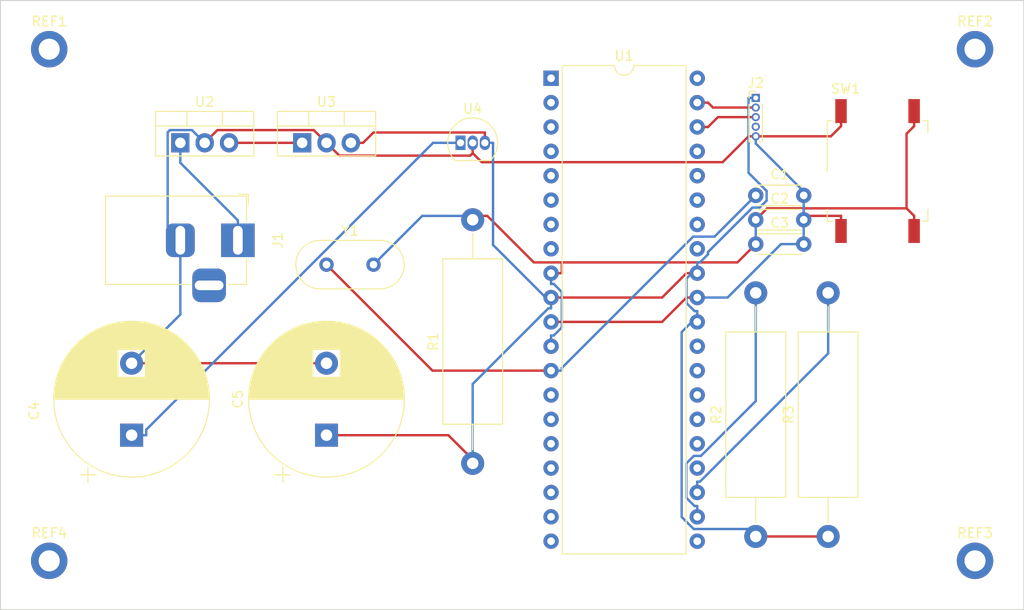
<source format=kicad_pcb>
(kicad_pcb (version 20211014) (generator pcbnew)
  (layers (0 "F.Cu" signal) (31 "B.Cu" signal) (34 "B.Paste" user) (35 "F.Paste" user) (36 "B.SilkS" user "B.Silkscreen") (37 "F.SilkS" user "F.Silkscreen") (38 "B.Mask" user) (39 "F.Mask" user) (44 "Edge.Cuts" user))
  (net 0 "")
  (net 1 "Net-(C1-Pad1)")
  (net 2 "/Atmega32/GND")
  (net 3 "Net-(C2-Pad1)")
  (net 4 "/Power Supply/3.3V")
  (net 5 "/Atmega32/5V")
  (net 6 "/Power Supply/12V")
  (net 7 "/Atmega32/A1")
  (net 8 "/Atmega32/A2")
  (net 10 "/Atmega32/SCL")
  (net 11 "/Atmega32/SDA")
  (net 13 "/Atmega32/CE")
  (net 14 "/Atmega32/IRQ")
  (net 16 "/Atmega32/CSN")
  (net 17 "/Atmega32/MOSI")
  (net 18 "/Atmega32/MISO")
  (net 19 "/Atmega32/SCK")
  (net 22 "/Atmega32/D2")
  (net 23 "/Atmega32/D3")
  (net 39 "/Atmega32/A0")
  (net 40 "Net-(U2-Pad3)")
  (footprint "MountingHole:MountingHole_2.2mm_M2_ISO14580_Pad" (layer "F.Cu") (at 93.98 63.5)
    (fp_text reference "REF1" (at 0 -2.9) (layer "F.SilkS"))
    (fp_text value "M1")
    (pad "1" thru_hole circle (at 0 0) (size 3.8 3.8) (drill 2.2) (layers *.Cu *.Mask))
  )
  (footprint "Capacitor_THT:CP_Radial_D16.0mm_P7.50mm" (layer "F.Cu") (at 102.57 103.74 90)
    (fp_text reference "C4" (at 2.54 -10.16 90) (layer "F.SilkS"))
    (fp_text value "470uF")
    (pad "1" thru_hole rect (at 0 0 90) (size 2.4 2.4) (drill 1.2) (layers *.Cu *.Mask) (net 4 "/Power Supply/3.3V"))
    (pad "2" thru_hole circle (at 7.5 0 90) (size 2.4 2.4) (drill 1.2) (layers *.Cu *.Mask) (net 2 "/Atmega32/GND"))
  )
  (footprint "MountingHole:MountingHole_2.2mm_M2_ISO14580_Pad" (layer "F.Cu") (at 190.5 116.84)
    (fp_text reference "REF3" (at 0 -2.9) (layer "F.SilkS"))
    (fp_text value "M3")
    (pad "1" thru_hole circle (at 0 0) (size 3.8 3.8) (drill 2.2) (layers *.Cu *.Mask))
  )
  (footprint "Connector_BarrelJack:BarrelJack_Horizontal" (layer "F.Cu") (at 113.65 83.42)
    (fp_text reference "J1" (at 4.16 0 90) (layer "F.SilkS"))
    (fp_text value "Barrel_Jack")
    (pad "1" thru_hole rect (at 0 0) (size 3.5 3.5) (drill oval 1 3) (layers *.Cu *.Mask) (net 6 "/Power Supply/12V"))
    (pad "2" thru_hole roundrect (at -6 0) (size 3 3.5) (drill oval 1 3) (layers *.Cu *.Mask) (net 2 "/Atmega32/GND"))
    (pad "3" thru_hole roundrect (at -3 4.7) (size 3.5 3.5) (drill oval 3 1) (layers *.Cu *.Mask))
  )
  (footprint "MountingHole:MountingHole_2.2mm_M2_ISO14580_Pad" (layer "F.Cu") (at 93.98 116.84)
    (fp_text reference "REF4" (at 0 -2.9) (layer "F.SilkS"))
    (fp_text value "M4")
    (pad "1" thru_hole circle (at 0 0) (size 3.8 3.8) (drill 2.2) (layers *.Cu *.Mask))
  )
  (footprint "Crystal:Crystal_HC18-U_Vertical" (layer "F.Cu") (at 122.89 85.96)
    (fp_text reference "Y1" (at 2.45 -3.525) (layer "F.SilkS"))
    (fp_text value "Crystal")
    (pad "1" thru_hole circle (at 0 0) (size 1.5 1.5) (drill 0.8) (layers *.Cu *.Mask) (net 1 "Net-(C1-Pad1)"))
    (pad "2" thru_hole circle (at 4.9 0) (size 1.5 1.5) (drill 0.8) (layers *.Cu *.Mask) (net 3 "Net-(C2-Pad1)"))
  )
  (footprint "Capacitor_THT:C_Disc_D4.3mm_W1.9mm_P5.00mm" (layer "F.Cu") (at 167.64 81.28)
    (fp_text reference "C2" (at 2.5 -2.2) (layer "F.SilkS"))
    (fp_text value "22pF")
    (pad "1" thru_hole circle (at 0 0) (size 1.6 1.6) (drill 0.8) (layers *.Cu *.Mask) (net 3 "Net-(C2-Pad1)"))
    (pad "2" thru_hole circle (at 5 0) (size 1.6 1.6) (drill 0.8) (layers *.Cu *.Mask) (net 2 "/Atmega32/GND"))
  )
  (footprint "MountingHole:MountingHole_2.2mm_M2_ISO14580_Pad" (layer "F.Cu") (at 190.5 63.5)
    (fp_text reference "REF2" (at 0 -2.9) (layer "F.SilkS"))
    (fp_text value "M2")
    (pad "1" thru_hole circle (at 0 0) (size 3.8 3.8) (drill 2.2) (layers *.Cu *.Mask))
  )
  (footprint "Capacitor_THT:CP_Radial_D16.0mm_P7.50mm" (layer "F.Cu") (at 122.89 103.74 90)
    (fp_text reference "C5" (at 3.75 -9.25 90) (layer "F.SilkS"))
    (fp_text value "470uF")
    (pad "1" thru_hole rect (at 0 0 90) (size 2.4 2.4) (drill 1.2) (layers *.Cu *.Mask) (net 5 "/Atmega32/5V"))
    (pad "2" thru_hole circle (at 7.5 0 90) (size 2.4 2.4) (drill 1.2) (layers *.Cu *.Mask) (net 2 "/Atmega32/GND"))
  )
  (footprint "Button_Switch_SMD:SW_MEC_5GSH9" (layer "F.Cu") (at 180.34 76.2)
    (fp_text reference "SW1" (at -3.325 -8.575 180) (layer "F.SilkS"))
    (fp_text value "Reset Button")
    (pad "1" smd rect (at -3.81 -6.25 90) (size 2.5 1.2) (layers "F.Cu" "F.Paste" "F.Mask") (net 2 "/Atmega32/GND"))
    (pad "2" smd rect (at -3.81 6.25 90) (size 2.5 1.2) (layers "F.Cu" "F.Paste" "F.Mask") (net 2 "/Atmega32/GND"))
    (pad "3" smd rect (at 3.81 -6.25 90) (size 2.5 1.2) (layers "F.Cu" "F.Paste" "F.Mask") (net 3 "Net-(C2-Pad1)"))
    (pad "4" smd rect (at 3.81 6.25 90) (size 2.5 1.2) (layers "F.Cu" "F.Paste" "F.Mask") (net 3 "Net-(C2-Pad1)"))
  )
  (footprint "Resistor_THT:R_Axial_DIN0617_L17.0mm_D6.0mm_P25.40mm_Horizontal" (layer "F.Cu") (at 167.64 114.3 90)
    (fp_text reference "R2" (at 12.7 -4.12 90) (layer "F.SilkS"))
    (fp_text value "4.7k")
    (pad "1" thru_hole circle (at 0 0 90) (size 2.4 2.4) (drill 1.2) (layers *.Cu *.Mask) (net 5 "/Atmega32/5V"))
    (pad "2" thru_hole oval (at 25.4 0 90) (size 2.4 2.4) (drill 1.2) (layers *.Cu *.Mask) (net 10 "/Atmega32/SCL"))
  )
  (footprint "Package_TO_SOT_THT:TO-220-3_Vertical" (layer "F.Cu") (at 107.65 73.26)
    (fp_text reference "U2" (at 2.54 -4.27) (layer "F.SilkS"))
    (fp_text value "L7809")
    (pad "1" thru_hole rect (at 0 0) (size 1.905 2) (drill 1.1) (layers *.Cu *.Mask) (net 6 "/Power Supply/12V"))
    (pad "2" thru_hole oval (at 2.54 0) (size 1.905 2) (drill 1.1) (layers *.Cu *.Mask) (net 2 "/Atmega32/GND"))
    (pad "3" thru_hole oval (at 5.08 0) (size 1.905 2) (drill 1.1) (layers *.Cu *.Mask) (net 40 "Net-(U2-Pad3)"))
  )
  (footprint "Resistor_THT:R_Axial_DIN0617_L17.0mm_D6.0mm_P25.40mm_Horizontal" (layer "F.Cu") (at 138.13 106.68 90)
    (fp_text reference "R1" (at 12.7 -4.12 90) (layer "F.SilkS"))
    (fp_text value "10k")
    (pad "1" thru_hole circle (at 0 0 90) (size 2.4 2.4) (drill 1.2) (layers *.Cu *.Mask) (net 5 "/Atmega32/5V"))
    (pad "2" thru_hole oval (at 25.4 0 90) (size 2.4 2.4) (drill 1.2) (layers *.Cu *.Mask) (net 3 "Net-(C2-Pad1)"))
  )
  (footprint "Package_TO_SOT_THT:TO-220-3_Vertical" (layer "F.Cu") (at 120.35 73.26)
    (fp_text reference "U3" (at 2.54 -4.27) (layer "F.SilkS"))
    (fp_text value "L7805")
    (pad "1" thru_hole rect (at 0 0) (size 1.905 2) (drill 1.1) (layers *.Cu *.Mask) (net 40 "Net-(U2-Pad3)"))
    (pad "2" thru_hole oval (at 2.54 0) (size 1.905 2) (drill 1.1) (layers *.Cu *.Mask) (net 2 "/Atmega32/GND"))
    (pad "3" thru_hole oval (at 5.08 0) (size 1.905 2) (drill 1.1) (layers *.Cu *.Mask) (net 5 "/Atmega32/5V"))
  )
  (footprint "Capacitor_THT:C_Disc_D4.3mm_W1.9mm_P5.00mm" (layer "F.Cu") (at 167.64 78.74)
    (fp_text reference "C1" (at 2.5 -2.2) (layer "F.SilkS"))
    (fp_text value "22pF")
    (pad "1" thru_hole circle (at 0 0) (size 1.6 1.6) (drill 0.8) (layers *.Cu *.Mask) (net 1 "Net-(C1-Pad1)"))
    (pad "2" thru_hole circle (at 5 0) (size 1.6 1.6) (drill 0.8) (layers *.Cu *.Mask) (net 2 "/Atmega32/GND"))
  )
  (footprint "Capacitor_THT:C_Disc_D4.3mm_W1.9mm_P5.00mm" (layer "F.Cu") (at 167.64 83.82)
    (fp_text reference "C3" (at 2.5 -2.2) (layer "F.SilkS"))
    (fp_text value "10uF")
    (pad "1" thru_hole circle (at 0 0) (size 1.6 1.6) (drill 0.8) (layers *.Cu *.Mask) (net 3 "Net-(C2-Pad1)"))
    (pad "2" thru_hole circle (at 5 0) (size 1.6 1.6) (drill 0.8) (layers *.Cu *.Mask) (net 2 "/Atmega32/GND"))
  )
  (footprint "Resistor_THT:R_Axial_DIN0617_L17.0mm_D6.0mm_P25.40mm_Horizontal" (layer "F.Cu") (at 175.19 114.3 90)
    (fp_text reference "R3" (at 12.7 -4.12 90) (layer "F.SilkS"))
    (fp_text value "4.7k")
    (pad "1" thru_hole circle (at 0 0 90) (size 2.4 2.4) (drill 1.2) (layers *.Cu *.Mask) (net 5 "/Atmega32/5V"))
    (pad "2" thru_hole oval (at 25.4 0 90) (size 2.4 2.4) (drill 1.2) (layers *.Cu *.Mask) (net 11 "/Atmega32/SDA"))
  )
  (footprint "Package_DIP:DIP-40_W15.24mm" (layer "F.Cu") (at 146.3 66.53)
    (fp_text reference "U1" (at 7.62 -2.33) (layer "F.SilkS"))
    (fp_text value "ATmega32-16P")
    (pad "1" thru_hole rect (at 0 0) (size 1.6 1.6) (drill 0.8) (layers *.Cu *.Mask))
    (pad "2" thru_hole oval (at 0 2.54) (size 1.6 1.6) (drill 0.8) (layers *.Cu *.Mask) (net 13 "/Atmega32/CE"))
    (pad "3" thru_hole oval (at 0 5.08) (size 1.6 1.6) (drill 0.8) (layers *.Cu *.Mask) (net 14 "/Atmega32/IRQ"))
    (pad "4" thru_hole oval (at 0 7.62) (size 1.6 1.6) (drill 0.8) (layers *.Cu *.Mask))
    (pad "5" thru_hole oval (at 0 10.16) (size 1.6 1.6) (drill 0.8) (layers *.Cu *.Mask) (net 16 "/Atmega32/CSN"))
    (pad "6" thru_hole oval (at 0 12.7) (size 1.6 1.6) (drill 0.8) (layers *.Cu *.Mask) (net 17 "/Atmega32/MOSI"))
    (pad "7" thru_hole oval (at 0 15.24) (size 1.6 1.6) (drill 0.8) (layers *.Cu *.Mask) (net 18 "/Atmega32/MISO"))
    (pad "8" thru_hole oval (at 0 17.78) (size 1.6 1.6) (drill 0.8) (layers *.Cu *.Mask) (net 19 "/Atmega32/SCK"))
    (pad "9" thru_hole oval (at 0 20.32) (size 1.6 1.6) (drill 0.8) (layers *.Cu *.Mask) (net 3 "Net-(C2-Pad1)"))
    (pad "10" thru_hole oval (at 0 22.86) (size 1.6 1.6) (drill 0.8) (layers *.Cu *.Mask) (net 5 "/Atmega32/5V"))
    (pad "11" thru_hole oval (at 0 25.4) (size 1.6 1.6) (drill 0.8) (layers *.Cu *.Mask) (net 2 "/Atmega32/GND"))
    (pad "12" thru_hole oval (at 0 27.94) (size 1.6 1.6) (drill 0.8) (layers *.Cu *.Mask) (net 3 "Net-(C2-Pad1)"))
    (pad "13" thru_hole oval (at 0 30.48) (size 1.6 1.6) (drill 0.8) (layers *.Cu *.Mask) (net 1 "Net-(C1-Pad1)"))
    (pad "14" thru_hole oval (at 0 33.02) (size 1.6 1.6) (drill 0.8) (layers *.Cu *.Mask))
    (pad "15" thru_hole oval (at 0 35.56) (size 1.6 1.6) (drill 0.8) (layers *.Cu *.Mask))
    (pad "16" thru_hole oval (at 0 38.1) (size 1.6 1.6) (drill 0.8) (layers *.Cu *.Mask) (net 22 "/Atmega32/D2"))
    (pad "17" thru_hole oval (at 0 40.64) (size 1.6 1.6) (drill 0.8) (layers *.Cu *.Mask) (net 23 "/Atmega32/D3"))
    (pad "18" thru_hole oval (at 0 43.18) (size 1.6 1.6) (drill 0.8) (layers *.Cu *.Mask))
    (pad "19" thru_hole oval (at 0 45.72) (size 1.6 1.6) (drill 0.8) (layers *.Cu *.Mask))
    (pad "20" thru_hole oval (at 0 48.26) (size 1.6 1.6) (drill 0.8) (layers *.Cu *.Mask))
    (pad "21" thru_hole oval (at 15.24 48.26) (size 1.6 1.6) (drill 0.8) (layers *.Cu *.Mask))
    (pad "22" thru_hole oval (at 15.24 45.72) (size 1.6 1.6) (drill 0.8) (layers *.Cu *.Mask) (net 10 "/Atmega32/SCL"))
    (pad "23" thru_hole oval (at 15.24 43.18) (size 1.6 1.6) (drill 0.8) (layers *.Cu *.Mask) (net 11 "/Atmega32/SDA"))
    (pad "24" thru_hole oval (at 15.24 40.64) (size 1.6 1.6) (drill 0.8) (layers *.Cu *.Mask))
    (pad "25" thru_hole oval (at 15.24 38.1) (size 1.6 1.6) (drill 0.8) (layers *.Cu *.Mask))
    (pad "26" thru_hole oval (at 15.24 35.56) (size 1.6 1.6) (drill 0.8) (layers *.Cu *.Mask))
    (pad "27" thru_hole oval (at 15.24 33.02) (size 1.6 1.6) (drill 0.8) (layers *.Cu *.Mask))
    (pad "28" thru_hole oval (at 15.24 30.48) (size 1.6 1.6) (drill 0.8) (layers *.Cu *.Mask))
    (pad "29" thru_hole oval (at 15.24 27.94) (size 1.6 1.6) (drill 0.8) (layers *.Cu *.Mask))
    (pad "30" thru_hole oval (at 15.24 25.4) (size 1.6 1.6) (drill 0.8) (layers *.Cu *.Mask) (net 5 "/Atmega32/5V"))
    (pad "31" thru_hole oval (at 15.24 22.86) (size 1.6 1.6) (drill 0.8) (layers *.Cu *.Mask) (net 2 "/Atmega32/GND"))
    (pad "32" thru_hole oval (at 15.24 20.32) (size 1.6 1.6) (drill 0.8) (layers *.Cu *.Mask) (net 5 "/Atmega32/5V"))
    (pad "33" thru_hole oval (at 15.24 17.78) (size 1.6 1.6) (drill 0.8) (layers *.Cu *.Mask))
    (pad "34" thru_hole oval (at 15.24 15.24) (size 1.6 1.6) (drill 0.8) (layers *.Cu *.Mask))
    (pad "35" thru_hole oval (at 15.24 12.7) (size 1.6 1.6) (drill 0.8) (layers *.Cu *.Mask))
    (pad "36" thru_hole oval (at 15.24 10.16) (size 1.6 1.6) (drill 0.8) (layers *.Cu *.Mask))
    (pad "37" thru_hole oval (at 15.24 7.62) (size 1.6 1.6) (drill 0.8) (layers *.Cu *.Mask))
    (pad "38" thru_hole oval (at 15.24 5.08) (size 1.6 1.6) (drill 0.8) (layers *.Cu *.Mask) (net 8 "/Atmega32/A2"))
    (pad "39" thru_hole oval (at 15.24 2.54) (size 1.6 1.6) (drill 0.8) (layers *.Cu *.Mask) (net 7 "/Atmega32/A1"))
    (pad "40" thru_hole oval (at 15.24 0) (size 1.6 1.6) (drill 0.8) (layers *.Cu *.Mask) (net 39 "/Atmega32/A0"))
  )
  (footprint "Connector_PinHeader_1.00mm:PinHeader_1x05_P1.00mm_Vertical" (layer "F.Cu") (at 167.64 68.58)
    (fp_text reference "J2" (at 0 -1.56) (layer "F.SilkS"))
    (fp_text value "Joystick (Motor)")
    (pad "1" thru_hole rect (at 0 0) (size 0.85 0.85) (drill 0.5) (layers *.Cu *.Mask) (net 5 "/Atmega32/5V"))
    (pad "2" thru_hole oval (at 0 1) (size 0.85 0.85) (drill 0.5) (layers *.Cu *.Mask) (net 7 "/Atmega32/A1"))
    (pad "3" thru_hole oval (at 0 2) (size 0.85 0.85) (drill 0.5) (layers *.Cu *.Mask) (net 8 "/Atmega32/A2"))
    (pad "4" thru_hole oval (at 0 3) (size 0.85 0.85) (drill 0.5) (layers *.Cu *.Mask))
    (pad "5" thru_hole oval (at 0 4) (size 0.85 0.85) (drill 0.5) (layers *.Cu *.Mask) (net 2 "/Atmega32/GND"))
  )
  (footprint "Package_TO_SOT_THT:TO-92_Inline" (layer "F.Cu") (at 136.86 73.26)
    (fp_text reference "U4" (at 1.27 -3.56) (layer "F.SilkS"))
    (fp_text value "L78L33_TO92")
    (pad "1" thru_hole rect (at 0 0) (size 1.05 1.5) (drill 0.75) (layers *.Cu *.Mask) (net 4 "/Power Supply/3.3V"))
    (pad "2" thru_hole oval (at 1.27 0) (size 1.05 1.5) (drill 0.75) (layers *.Cu *.Mask) (net 2 "/Atmega32/GND"))
    (pad "3" thru_hole oval (at 2.54 0) (size 1.05 1.5) (drill 0.75) (layers *.Cu *.Mask) (net 5 "/Atmega32/5V"))
  )
  (gr_line (start 88.9 58.42) (end 195.58 58.42) (layer "Edge.Cuts") (width 0.1))
  (gr_line (start 88.9 121.92) (end 88.9 58.42) (layer "Edge.Cuts") (width 0.1))
  (gr_line (start 195.58 121.92) (end 88.9 121.92) (layer "Edge.Cuts") (width 0.1))
  (gr_line (start 195.58 58.42) (end 195.58 121.92) (layer "Edge.Cuts") (width 0.1))
  (segment (start 146.3 97.01) (end 133.94 97.01) (width 0.25) (layer "F.Cu") (net 1))
  (segment (start 133.94 97.01) (end 122.89 85.96) (width 0.25) (layer "F.Cu") (net 1))
  (segment (start 167.64 78.74) (end 163.34 83.04) (width 0.25) (layer "B.Cu") (net 1))
  (segment (start 146.3 97.01) (end 147.4253 97.01) (width 0.25) (layer "B.Cu") (net 1))
  (segment (start 163.34 83.04) (end 161.114 83.04) (width 0.25) (layer "B.Cu") (net 1))
  (segment (start 147.4253 96.7287) (end 147.4253 97.01) (width 0.25) (layer "B.Cu") (net 1))
  (segment (start 161.114 83.04) (end 147.4253 96.7287) (width 0.25) (layer "B.Cu") (net 1))
  (segment (start 139.0707 75.276) (end 138.13 74.3353) (width 0.25) (layer "F.Cu") (net 2))
  (segment (start 110.19 73.26) (end 111.5154 71.9346) (width 0.25) (layer "F.Cu") (net 2))
  (segment (start 121.5646 71.9346) (end 122.89 73.26) (width 0.25) (layer "F.Cu") (net 2))
  (segment (start 167.64 72.58) (end 175.4753 72.58) (width 0.25) (layer "F.Cu") (net 2))
  (segment (start 176.53 82.45) (end 176.53 80.8747) (width 0.25) (layer "F.Cu") (net 2))
  (segment (start 122.89 73.26) (end 124.2249 74.5949) (width 0.25) (layer "F.Cu") (net 2))
  (segment (start 161.54 89.39) (end 160.4147 89.39) (width 0.25) (layer "F.Cu") (net 2))
  (segment (start 172.64 81.28) (end 173.0453 80.8747) (width 0.25) (layer "F.Cu") (net 2))
  (segment (start 122.89 96.24) (end 102.57 96.24) (width 0.25) (layer "F.Cu") (net 2))
  (segment (start 111.5154 71.9346) (end 121.5646 71.9346) (width 0.25) (layer "F.Cu") (net 2))
  (segment (start 124.2249 74.5949) (end 137.8704 74.5949) (width 0.25) (layer "F.Cu") (net 2))
  (segment (start 164.1937 75.276) (end 139.0707 75.276) (width 0.25) (layer "F.Cu") (net 2))
  (segment (start 176.53 69.95) (end 176.53 71.5253) (width 0.25) (layer "F.Cu") (net 2))
  (segment (start 167.64 72.58) (end 166.8897 72.58) (width 0.25) (layer "F.Cu") (net 2))
  (segment (start 175.4753 72.58) (end 176.53 71.5253) (width 0.25) (layer "F.Cu") (net 2))
  (segment (start 157.8747 91.93) (end 146.3 91.93) (width 0.25) (layer "F.Cu") (net 2))
  (segment (start 166.8897 72.58) (end 164.1937 75.276) (width 0.25) (layer "F.Cu") (net 2))
  (segment (start 138.13 73.26) (end 138.13 74.3353) (width 0.25) (layer "F.Cu") (net 2))
  (segment (start 173.0453 80.8747) (end 176.53 80.8747) (width 0.25) (layer "F.Cu") (net 2))
  (segment (start 137.8704 74.5949) (end 138.13 74.3353) (width 0.25) (layer "F.Cu") (net 2))
  (segment (start 160.4147 89.39) (end 157.8747 91.93) (width 0.25) (layer "F.Cu") (net 2))
  (segment (start 106.5622 71.9346) (end 106.3318 72.165) (width 0.25) (layer "B.Cu") (net 2))
  (segment (start 167.64 72.58) (end 167.64 73.3303) (width 0.25) (layer "B.Cu") (net 2))
  (segment (start 172.64 81.28) (end 172.64 83.82) (width 0.25) (layer "B.Cu") (net 2))
  (segment (start 172.64 78.74) (end 172.64 81.28) (width 0.25) (layer "B.Cu") (net 2))
  (segment (start 172.64 83.82) (end 170.27 83.82) (width 0.25) (layer "B.Cu") (net 2))
  (segment (start 107.65 91.16) (end 107.65 83.42) (width 0.25) (layer "B.Cu") (net 2))
  (segment (start 172.64 78.3303) (end 172.64 78.74) (width 0.25) (layer "B.Cu") (net 2))
  (segment (start 102.57 96.24) (end 107.65 91.16) (width 0.25) (layer "B.Cu") (net 2))
  (segment (start 106.3318 72.165) (end 106.3318 82.1018) (width 0.25) (layer "B.Cu") (net 2))
  (segment (start 108.8646 71.9346) (end 106.5622 71.9346) (width 0.25) (layer "B.Cu") (net 2))
  (segment (start 164.7 89.39) (end 161.54 89.39) (width 0.25) (layer "B.Cu") (net 2))
  (segment (start 167.64 73.3303) (end 172.64 78.3303) (width 0.25) (layer "B.Cu") (net 2))
  (segment (start 170.27 83.82) (end 164.7 89.39) (width 0.25) (layer "B.Cu") (net 2))
  (segment (start 110.19 73.26) (end 108.8646 71.9346) (width 0.25) (layer "B.Cu") (net 2))
  (segment (start 106.3318 82.1018) (end 107.65 83.42) (width 0.25) (layer "B.Cu") (net 2))
  (segment (start 184.15 71.5253) (end 183.3647 72.3106) (width 0.25) (layer "F.Cu") (net 3))
  (segment (start 183.3647 80.0894) (end 184.15 80.8747) (width 0.25) (layer "F.Cu") (net 3))
  (segment (start 184.15 82.45) (end 184.15 80.8747) (width 0.25) (layer "F.Cu") (net 3))
  (segment (start 165.7353 85.7247) (end 147.4253 85.7247) (width 0.25) (layer "F.Cu") (net 3))
  (segment (start 168.8306 80.0894) (end 183.3647 80.0894) (width 0.25) (layer "F.Cu") (net 3))
  (segment (start 167.64 83.82) (end 165.7353 85.7247) (width 0.25) (layer "F.Cu") (net 3))
  (segment (start 144.5 85.7247) (end 139.6553 80.88) (width 0.25) (layer "F.Cu") (net 3))
  (segment (start 184.15 69.95) (end 184.15 71.5253) (width 0.25) (layer "F.Cu") (net 3))
  (segment (start 138.13 80.88) (end 139.6553 80.88) (width 0.25) (layer "F.Cu") (net 3))
  (segment (start 147.4253 85.7247) (end 144.5 85.7247) (width 0.25) (layer "F.Cu") (net 3))
  (segment (start 167.64 81.28) (end 168.8306 80.0894) (width 0.25) (layer "F.Cu") (net 3))
  (segment (start 147.4253 85.7247) (end 147.4253 86.85) (width 0.25) (layer "F.Cu") (net 3))
  (segment (start 146.3 86.85) (end 147.4253 86.85) (width 0.25) (layer "F.Cu") (net 3))
  (segment (start 183.3647 72.3106) (end 183.3647 80.0894) (width 0.25) (layer "F.Cu") (net 3))
  (segment (start 132.87 80.88) (end 127.79 85.96) (width 0.25) (layer "B.Cu") (net 3))
  (segment (start 146.5814 87.9753) (end 147.4253 88.8192) (width 0.25) (layer "B.Cu") (net 3))
  (segment (start 146.3 86.85) (end 146.3 87.9753) (width 0.25) (layer "B.Cu") (net 3))
  (segment (start 167.64 81.28) (end 167.64 83.82) (width 0.25) (layer "B.Cu") (net 3))
  (segment (start 146.3 94.47) (end 146.3 93.3447) (width 0.25) (layer "B.Cu") (net 3))
  (segment (start 147.4253 92.5008) (end 146.5814 93.3447) (width 0.25) (layer "B.Cu") (net 3))
  (segment (start 146.3 87.9753) (end 146.5814 87.9753) (width 0.25) (layer "B.Cu") (net 3))
  (segment (start 147.4253 88.8192) (end 147.4253 92.5008) (width 0.25) (layer "B.Cu") (net 3))
  (segment (start 146.5814 93.3447) (end 146.3 93.3447) (width 0.25) (layer "B.Cu") (net 3))
  (segment (start 138.13 80.88) (end 132.87 80.88) (width 0.25) (layer "B.Cu") (net 3))
  (segment (start 104.0953 103.74) (end 104.0953 103.168) (width 0.25) (layer "B.Cu") (net 4))
  (segment (start 134.0033 73.26) (end 136.86 73.26) (width 0.25) (layer "B.Cu") (net 4))
  (segment (start 102.57 103.74) (end 104.0953 103.74) (width 0.25) (layer "B.Cu") (net 4))
  (segment (start 104.0953 103.168) (end 134.0033 73.26) (width 0.25) (layer "B.Cu") (net 4))
  (segment (start 126.7078 73.26) (end 127.7831 72.1847) (width 0.25) (layer "F.Cu") (net 5))
  (segment (start 139.4 73.26) (end 139.4 72.1847) (width 0.25) (layer "F.Cu") (net 5))
  (segment (start 127.7831 72.1847) (end 139.4 72.1847) (width 0.25) (layer "F.Cu") (net 5))
  (segment (start 122.89 103.74) (end 135.59 103.74) (width 0.25) (layer "F.Cu") (net 5))
  (segment (start 157.8747 89.39) (end 146.3 89.39) (width 0.25) (layer "F.Cu") (net 5))
  (segment (start 135.59 103.74) (end 138.13 106.28) (width 0.25) (layer "F.Cu") (net 5))
  (segment (start 167.64 114.3) (end 175.19 114.3) (width 0.25) (layer "F.Cu") (net 5))
  (segment (start 161.54 86.85) (end 160.4147 86.85) (width 0.25) (layer "F.Cu") (net 5))
  (segment (start 160.4147 86.85) (end 157.8747 89.39) (width 0.25) (layer "F.Cu") (net 5))
  (segment (start 125.43 73.26) (end 126.7078 73.26) (width 0.25) (layer "F.Cu") (net 5))
  (segment (start 162.6653 84.6431) (end 162.6653 84.8808) (width 0.25) (layer "B.Cu") (net 5))
  (segment (start 146.3 89.39) (end 146.3 89.9526) (width 0.25) (layer "B.Cu") (net 5))
  (segment (start 166.8897 68.58) (end 166.8897 76.3898) (width 0.25) (layer "B.Cu") (net 5))
  (segment (start 161.54 91.3673) (end 161.54 90.8047) (width 0.25) (layer "B.Cu") (net 5))
  (segment (start 168.0425 80.01) (end 167.2984 80.01) (width 0.25) (layer "B.Cu") (net 5))
  (segment (start 161.54 86.2873) (end 161.54 85.7247) (width 0.25) (layer "B.Cu") (net 5))
  (segment (start 146.3 90.5153) (end 146.0187 90.5153) (width 0.25) (layer "B.Cu") (net 5))
  (segment (start 161.8214 85.7247) (end 161.54 85.7247) (width 0.25) (layer "B.Cu") (net 5))
  (segment (start 161.2586 90.8047) (end 161.54 90.8047) (width 0.25) (layer "B.Cu") (net 5))
  (segment (start 160.4147 89.9608) (end 161.2586 90.8047) (width 0.25) (layer "B.Cu") (net 5))
  (segment (start 159.9158 92.9915) (end 159.9158 112.2666) (width 0.25) (layer "B.Cu") (net 5))
  (segment (start 162.6653 84.8808) (end 161.8214 85.7247) (width 0.25) (layer "B.Cu") (net 5))
  (segment (start 161.54 86.85) (end 161.54 86.2873) (width 0.25) (layer "B.Cu") (net 5))
  (segment (start 166.8897 76.3898) (end 168.7737 78.2738) (width 0.25) (layer "B.Cu") (net 5))
  (segment (start 167.2984 80.01) (end 162.6653 84.6431) (width 0.25) (layer "B.Cu") (net 5))
  (segment (start 159.9158 112.2666) (end 161.1692 113.52) (width 0.25) (layer "B.Cu") (net 5))
  (segment (start 161.1692 113.52) (end 166.86 113.52) (width 0.25) (layer "B.Cu") (net 5))
  (segment (start 146.3 89.9526) (end 146.3 90.5153) (width 0.25) (layer "B.Cu") (net 5))
  (segment (start 161.54 91.93) (end 161.54 91.3673) (width 0.25) (layer "B.Cu") (net 5))
  (segment (start 160.4147 87.4126) (end 160.4147 89.9608) (width 0.25) (layer "B.Cu") (net 5))
  (segment (start 168.7737 78.2738) (end 168.7737 79.2788) (width 0.25) (layer "B.Cu") (net 5))
  (segment (start 146.3 89.9526) (end 140.2503 83.9029) (width 0.25) (layer "B.Cu") (net 5))
  (segment (start 161.54 91.3673) (end 159.9158 92.9915) (width 0.25) (layer "B.Cu") (net 5))
  (segment (start 146.0187 90.5153) (end 138.13 98.404) (width 0.25) (layer "B.Cu") (net 5))
  (segment (start 138.13 98.404) (end 138.13 106.28) (width 0.25) (layer "B.Cu") (net 5))
  (segment (start 140.2503 83.9029) (end 140.2503 73.26) (width 0.25) (layer "B.Cu") (net 5))
  (segment (start 167.64 68.58) (end 166.8897 68.58) (width 0.25) (layer "B.Cu") (net 5))
  (segment (start 139.4 73.26) (end 140.2503 73.26) (width 0.25) (layer "B.Cu") (net 5))
  (segment (start 166.86 113.52) (end 167.64 114.3) (width 0.25) (layer "B.Cu") (net 5))
  (segment (start 168.7737 79.2788) (end 168.0425 80.01) (width 0.25) (layer "B.Cu") (net 5))
  (segment (start 161.54 86.2873) (end 160.4147 87.4126) (width 0.25) (layer "B.Cu") (net 5))
  (segment (start 113.65 83.42) (end 113.65 81.3447) (width 0.25) (layer "B.Cu") (net 6))
  (segment (start 113.65 81.3447) (end 107.65 75.3447) (width 0.25) (layer "B.Cu") (net 6))
  (segment (start 107.65 75.3447) (end 107.65 73.26) (width 0.25) (layer "B.Cu") (net 6))
  (segment (start 161.54 69.07) (end 162.6653 69.07) (width 0.25) (layer "F.Cu") (net 7))
  (segment (start 167.64 69.58) (end 163.1753 69.58) (width 0.25) (layer "F.Cu") (net 7))
  (segment (start 163.1753 69.58) (end 162.6653 69.07) (width 0.25) (layer "F.Cu") (net 7))
  (segment (start 167.64 70.58) (end 163.6953 70.58) (width 0.25) (layer "F.Cu") (net 8))
  (segment (start 161.54 71.61) (end 162.6653 71.61) (width 0.25) (layer "F.Cu") (net 8))
  (segment (start 163.6953 70.58) (end 162.6653 71.61) (width 0.25) (layer "F.Cu") (net 8))
  (segment (start 160.3958 106.6878) (end 161.1836 105.9) (width 0.25) (layer "B.Cu") (net 10))
  (segment (start 161.1836 105.9) (end 161.9245 105.9) (width 0.25) (layer "B.Cu") (net 10))
  (segment (start 160.3958 110.2618) (end 160.3958 106.6878) (width 0.25) (layer "B.Cu") (net 10))
  (segment (start 167.64 100.1845) (end 167.64 88.9) (width 0.25) (layer "B.Cu") (net 10))
  (segment (start 161.2587 111.1247) (end 160.3958 110.2618) (width 0.25) (layer "B.Cu") (net 10))
  (segment (start 161.9245 105.9) (end 167.64 100.1845) (width 0.25) (layer "B.Cu") (net 10))
  (segment (start 161.54 111.1247) (end 161.2587 111.1247) (width 0.25) (layer "B.Cu") (net 10))
  (segment (start 161.54 112.25) (end 161.54 111.1247) (width 0.25) (layer "B.Cu") (net 10))
  (segment (start 175.19 95.216) (end 161.8213 108.5847) (width 0.25) (layer "B.Cu") (net 11))
  (segment (start 175.19 88.9) (end 175.19 95.216) (width 0.25) (layer "B.Cu") (net 11))
  (segment (start 161.54 109.71) (end 161.54 108.5847) (width 0.25) (layer "B.Cu") (net 11))
  (segment (start 161.8213 108.5847) (end 161.54 108.5847) (width 0.25) (layer "B.Cu") (net 11))
  (segment (start 112.73 73.26) (end 120.35 73.26) (width 0.25) (layer "F.Cu") (net 40))
)
</source>
